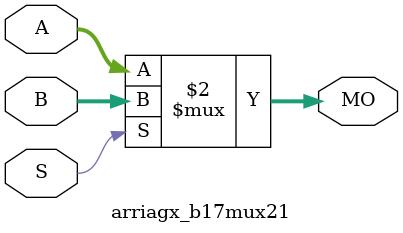
<source format=v>
module arriagx_b17mux21 (MO, A, B, S);
   input [16:0] A, B;
   input 	S;
   output [16:0] MO; 
   assign MO = (S == 1) ? B : A; 
endmodule
</source>
